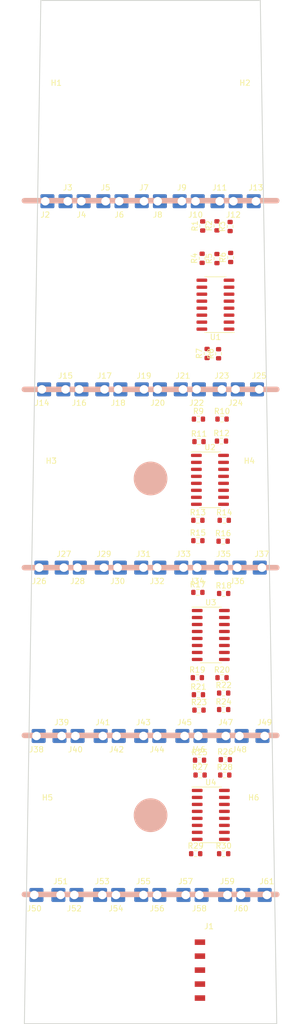
<source format=kicad_pcb>
(kicad_pcb (version 20221018) (generator pcbnew)
  (layers (0 "F.Cu" signal) (31 "B.Cu" signal) (34 "B.Paste" user) (35 "F.Paste" user) (36 "B.SilkS" user "B.Silkscreen") (37 "F.SilkS" user "F.Silkscreen") (38 "B.Mask" user) (39 "F.Mask" user) (44 "Edge.Cuts" user))
  (net 0 "")
  (net 1 "+3.3V")
  (net 2 "GND")
  (net 3 "165_CLOCK")
  (net 4 "165_LOAD")
  (net 5 "Net-(J2-Pin_1)")
  (net 6 "Net-(J10-Pin_1)")
  (net 7 "Net-(J4-Pin_1)")
  (net 8 "Net-(J6-Pin_1)")
  (net 9 "Net-(J8-Pin_1)")
  (net 10 "Net-(J12-Pin_1)")
  (net 11 "Net-(J14-Pin_1)")
  (net 12 "Net-(J16-Pin_1)")
  (net 13 "Net-(J18-Pin_1)")
  (net 14 "Net-(J20-Pin_1)")
  (net 15 "Net-(J22-Pin_1)")
  (net 16 "Net-(J24-Pin_1)")
  (net 17 "Net-(J28-Pin_1)")
  (net 18 "Net-(J30-Pin_1)")
  (net 19 "Net-(J32-Pin_1)")
  (net 20 "Net-(J34-Pin_1)")
  (net 21 "Net-(J36-Pin_1)")
  (net 22 "Net-(J38-Pin_1)")
  (net 23 "Net-(J40-Pin_1)")
  (net 24 "Net-(J44-Pin_1)")
  (net 25 "Net-(J46-Pin_1)")
  (net 26 "Net-(J48-Pin_1)")
  (net 27 "Net-(J50-Pin_1)")
  (net 28 "Net-(J52-Pin_1)")
  (net 29 "Net-(J54-Pin_1)")
  (net 30 "Net-(J56-Pin_1)")
  (net 31 "Net-(J60-Pin_1)")
  (net 32 "Net-(J26-Pin_1)")
  (net 33 "Net-(J42-Pin_1)")
  (net 34 "Net-(J58-Pin_1)")
  (net 36 "/ShiftReg1/DATA_OUT")
  (net 38 "/ShiftReg2/DATA_OUT")
  (net 40 "/ShiftReg3/DATA_OUT")
  (net 42 "/ShiftReg4/DATA_OUT")
  (footprint "Bjarkar:Bjarkar_fret_connection" (layer "F.Cu") (at 14.1 70.7 180)
    (fp_text reference "J18" (at 0 -2.47) (layer "F.SilkS"))
    (fp_text value "Conn_01x01_Pin")
    (pad "1" thru_hole roundrect (at 0 0 180) (size 2.55 2.55) (drill 1.55 (offset -0.4 0)) (layers "*.Cu" "*.Mask") (roundrect_rratio 0.098039) (net 13 "Net-(J18-Pin_1)"))
  )
  (footprint "Bjarkar:Bjarkar_fret_connection" (layer "F.Cu") (at 6.1 162.6 180)
    (fp_text reference "J52" (at 0 -2.47) (layer "F.SilkS"))
    (fp_text value "Conn_01x01_Pin")
    (pad "1" thru_hole roundrect (at 0 0 180) (size 2.55 2.55) (drill 1.55 (offset -0.4 0)) (layers "*.Cu" "*.Mask") (roundrect_rratio 0.098039) (net 28 "Net-(J52-Pin_1)"))
  )
  (footprint "Bjarkar:Bjarkar_fret_connection" (layer "F.Cu") (at 35.8 103.1 180)
    (fp_text reference "J36" (at 0 -2.47) (layer "F.SilkS"))
    (fp_text value "Conn_01x01_Pin")
    (pad "1" thru_hole roundrect (at 0 0 180) (size 2.55 2.55) (drill 1.55 (offset -0.4 0)) (layers "*.Cu" "*.Mask") (roundrect_rratio 0.098039) (net 21 "Net-(J36-Pin_1)"))
  )
  (footprint "Bjarkar:bjarkar_fretboard_header" (layer "F.Cu") (at 30.65 176.26)
    (fp_text reference "J1" (at 0 -7.95) (layer "F.SilkS"))
    (fp_text value "Conn_01x05_Pin")
    (pad "1" smd rect (at -1.65 -5.08) (size 1.9 1) (layers "F.Cu" "F.Paste" "F.Mask") (net 1 "+3.3V"))
    (pad "2" smd rect (at -1.65 -2.54) (size 1.9 1) (layers "F.Cu" "F.Paste" "F.Mask") (net 2 "GND"))
    (pad "3" smd rect (at -1.65 0) (size 1.9 1) (layers "F.Cu" "F.Paste" "F.Mask") (net 3 "165_CLOCK"))
    (pad "4" smd rect (at -1.65 2.54) (size 1.9 1) (layers "F.Cu" "F.Paste" "F.Mask") (net 4 "165_LOAD"))
    (pad "5" smd rect (at -1.65 5.08) (size 1.9 1) (layers "F.Cu" "F.Paste" "F.Mask") (net 42 "/ShiftReg4/DATA_OUT"))
  )
  (footprint "MountingHole:MountingHole_2.2mm_M2" (layer "F.Cu") (at 1.2 148.1)
    (fp_text reference "H5" (at 0 -3.2) (layer "F.SilkS"))
    (fp_text value "MountingHole")
    (pad "" np_thru_hole circle (at 0 0) (size 2.2 2.2) (drill 2.2) (layers "*.Cu" "*.Mask"))
  )
  (footprint "Bjarkar:Bjarkar_fret_connection" (layer "F.Cu") (at 11.2 162.6)
    (fp_text reference "J53" (at 0 -2.47) (layer "F.SilkS"))
    (fp_text value "Conn_01x01_Pin")
    (pad "1" thru_hole roundrect (at 0 0) (size 2.55 2.55) (drill 1.55 (offset -0.4 0)) (layers "*.Cu" "*.Mask") (roundrect_rratio 0.098039) (net 28 "Net-(J52-Pin_1)"))
  )
  (footprint "Bjarkar:Bjarkar_fret_connection" (layer "F.Cu") (at 18.7 162.6)
    (fp_text reference "J55" (at 0 -2.47) (layer "F.SilkS"))
    (fp_text value "Conn_01x01_Pin")
    (pad "1" thru_hole roundrect (at 0 0) (size 2.55 2.55) (drill 1.55 (offset -0.4 0)) (layers "*.Cu" "*.Mask") (roundrect_rratio 0.098039) (net 29 "Net-(J54-Pin_1)"))
  )
  (footprint "Bjarkar:Bjarkar_fret_connection" (layer "F.Cu") (at 36.5 162.6 180)
    (fp_text reference "J60" (at 0 -2.47) (layer "F.SilkS"))
    (fp_text value "Conn_01x01_Pin")
    (pad "1" thru_hole roundrect (at 0 0 180) (size 2.55 2.55) (drill 1.55 (offset -0.4 0)) (layers "*.Cu" "*.Mask") (roundrect_rratio 0.098039) (net 31 "Net-(J60-Pin_1)"))
  )
  (footprint "Bjarkar:Bjarkar_fret_connection" (layer "F.Cu") (at 33.7 133.7)
    (fp_text reference "J47" (at 0 -2.47) (layer "F.SilkS"))
    (fp_text value "Conn_01x01_Pin")
    (pad "1" thru_hole roundrect (at 0 0) (size 2.55 2.55) (drill 1.55 (offset -0.4 0)) (layers "*.Cu" "*.Mask") (roundrect_rratio 0.098039) (net 25 "Net-(J46-Pin_1)"))
  )
  (footprint "Bjarkar:Bjarkar_fret_connection" (layer "F.Cu") (at 11.3 133.7)
    (fp_text reference "J41" (at 0 -2.47) (layer "F.SilkS"))
    (fp_text value "Conn_01x01_Pin")
    (pad "1" thru_hole roundrect (at 0 0) (size 2.55 2.55) (drill 1.55 (offset -0.4 0)) (layers "*.Cu" "*.Mask") (roundrect_rratio 0.098039) (net 23 "Net-(J40-Pin_1)"))
  )
  (footprint "Resistor_SMD:R_0603_1608Metric" (layer "F.Cu") (at 32.4 64.225 90)
    (fp_text reference "R8" (at 0 -1.43 90) (layer "F.SilkS"))
    (fp_text value "10k")
    (pad "1" smd roundrect (at -0.825 0 90) (size 0.8 0.95) (layers "F.Cu" "F.Paste" "F.Mask") (net 1 "+3.3V"))
    (pad "2" smd roundrect (at 0.825 0 90) (size 0.8 0.95) (layers "F.Cu" "F.Paste" "F.Mask") (net 12 "Net-(J16-Pin_1)"))
  )
  (footprint "Bjarkar:Bjarkar_fret_connection" (layer "F.Cu") (at 0.8 36.5 180)
    (fp_text reference "J2" (at 0 -2.47) (layer "F.SilkS"))
    (fp_text value "Conn_01x01_Pin")
    (pad "1" thru_hole roundrect (at 0 0 180) (size 2.55 2.55) (drill 1.55 (offset -0.4 0)) (layers "*.Cu" "*.Mask") (roundrect_rratio 0.098039) (net 5 "Net-(J2-Pin_1)"))
  )
  (footprint "Bjarkar:Bjarkar_fret_connection" (layer "F.Cu") (at 39.2 36.5)
    (fp_text reference "J13" (at 0 -2.47) (layer "F.SilkS"))
    (fp_text value "Conn_01x01_Pin")
    (pad "1" thru_hole roundrect (at 0 0) (size 2.55 2.55) (drill 1.55 (offset -0.4 0)) (layers "*.Cu" "*.Mask") (roundrect_rratio 0.098039) (net 10 "Net-(J12-Pin_1)"))
  )
  (footprint "Resistor_SMD:R_0603_1608Metric" (layer "F.Cu") (at 28.625 94.5)
    (fp_text reference "R13" (at 0 -1.43) (layer "F.SilkS"))
    (fp_text value "10k")
    (pad "1" smd roundrect (at -0.825 0) (size 0.8 0.95) (layers "F.Cu" "F.Paste" "F.Mask") (net 1 "+3.3V"))
    (pad "2" smd roundrect (at 0.825 0) (size 0.8 0.95) (layers "F.Cu" "F.Paste" "F.Mask") (net 32 "Net-(J26-Pin_1)"))
  )
  (footprint "Bjarkar:Bjarkar_fret_connection" (layer "F.Cu") (at 13.7 162.6 180)
    (fp_text reference "J54" (at 0 -2.47) (layer "F.SilkS"))
    (fp_text value "Conn_01x01_Pin")
    (pad "1" thru_hole roundrect (at 0 0 180) (size 2.55 2.55) (drill 1.55 (offset -0.4 0)) (layers "*.Cu" "*.Mask") (roundrect_rratio 0.098039) (net 29 "Net-(J54-Pin_1)"))
  )
  (footprint "Bjarkar:Bjarkar_fret_connection" (layer "F.Cu") (at 28.9 162.6 180)
    (fp_text reference "J58" (at 0 -2.47) (layer "F.SilkS"))
    (fp_text value "Conn_01x01_Pin")
    (pad "1" thru_hole roundrect (at 0 0 180) (size 2.55 2.55) (drill 1.55 (offset -0.4 0)) (layers "*.Cu" "*.Mask") (roundrect_rratio 0.098039) (net 34 "Net-(J58-Pin_1)"))
  )
  (footprint "Bjarkar:Bjarkar_fret_connection" (layer "F.Cu") (at 18.7 133.7)
    (fp_text reference "J43" (at 0 -2.47) (layer "F.SilkS"))
    (fp_text value "Conn_01x01_Pin")
    (pad "1" thru_hole roundrect (at 0 0) (size 2.55 2.55) (drill 1.55 (offset -0.4 0)) (layers "*.Cu" "*.Mask") (roundrect_rratio 0.098039) (net 33 "Net-(J42-Pin_1)"))
  )
  (footprint "Bjarkar:Bjarkar_fret_connection" (layer "F.Cu") (at 26.2 133.7)
    (fp_text reference "J45" (at 0 -2.47) (layer "F.SilkS"))
    (fp_text value "Conn_01x01_Pin")
    (pad "1" thru_hole roundrect (at 0 0) (size 2.55 2.55) (drill 1.55 (offset -0.4 0)) (layers "*.Cu" "*.Mask") (roundrect_rratio 0.098039) (net 24 "Net-(J44-Pin_1)"))
  )
  (footprint "Bjarkar:Bjarkar_fret_connection" (layer "F.Cu") (at 13.8 133.7 180)
    (fp_text reference "J42" (at 0 -2.47) (layer "F.SilkS"))
    (fp_text value "Conn_01x01_Pin")
    (pad "1" thru_hole roundrect (at 0 0 180) (size 2.55 2.55) (drill 1.55 (offset -0.4 0)) (layers "*.Cu" "*.Mask") (roundrect_rratio 0.098039) (net 33 "Net-(J42-Pin_1)"))
  )
  (footprint "Bjarkar:Bjarkar_fret_connection" (layer "F.Cu") (at 0.2 70.7 180)
    (fp_text reference "J14" (at 0 -2.47) (layer "F.SilkS"))
    (fp_text value "Conn_01x01_Pin")
    (pad "1" thru_hole roundrect (at 0 0 180) (size 2.55 2.55) (drill 1.55 (offset -0.4 0)) (layers "*.Cu" "*.Mask") (roundrect_rratio 0.098039) (net 11 "Net-(J14-Pin_1)"))
  )
  (footprint "Bjarkar:Bjarkar_fret_connection" (layer "F.Cu") (at 6.7 103.1 180)
    (fp_text reference "J28" (at 0 -2.47) (layer "F.SilkS"))
    (fp_text value "Conn_01x01_Pin")
    (pad "1" thru_hole roundrect (at 0 0 180) (size 2.55 2.55) (drill 1.55 (offset -0.4 0)) (layers "*.Cu" "*.Mask") (roundrect_rratio 0.098039) (net 17 "Net-(J28-Pin_1)"))
  )
  (footprint "Bjarkar:Bjarkar_fret_connection" (layer "F.Cu") (at -0.8 133.7 180)
    (fp_text reference "J38" (at 0 -2.47) (layer "F.SilkS"))
    (fp_text value "Conn_01x01_Pin")
    (pad "1" thru_hole roundrect (at 0 0 180) (size 2.55 2.55) (drill 1.55 (offset -0.4 0)) (layers "*.Cu" "*.Mask") (roundrect_rratio 0.098039) (net 22 "Net-(J38-Pin_1)"))
  )
  (footprint "MountingHole:MountingHole_2.2mm_M2" (layer "F.Cu") (at 37.2 18.2)
    (fp_text reference "H2" (at 0 -3.2) (layer "F.SilkS"))
    (fp_text value "MountingHole")
    (pad "" np_thru_hole circle (at 0 0) (size 2.2 2.2) (drill 2.2) (layers "*.Cu" "*.Mask"))
  )
  (footprint "Bjarkar:Bjarkar_fret_connection" (layer "F.Cu") (at 36.2 133.7 180)
    (fp_text reference "J48" (at 0 -2.47) (layer "F.SilkS"))
    (fp_text value "Conn_01x01_Pin")
    (pad "1" thru_hole roundrect (at 0 0 180) (size 2.55 2.55) (drill 1.55 (offset -0.4 0)) (layers "*.Cu" "*.Mask") (roundrect_rratio 0.098039) (net 26 "Net-(J48-Pin_1)"))
  )
  (footprint "Bjarkar:Bjarkar_fret_connection" (layer "F.Cu") (at 21.2 162.6 180)
    (fp_text reference "J56" (at 0 -2.47) (layer "F.SilkS"))
    (fp_text value "Conn_01x01_Pin")
    (pad "1" thru_hole roundrect (at 0 0 180) (size 2.55 2.55) (drill 1.55 (offset -0.4 0)) (layers "*.Cu" "*.Mask") (roundrect_rratio 0.098039) (net 30 "Net-(J56-Pin_1)"))
  )
  (footprint "Resistor_SMD:R_0603_1608Metric" (layer "F.Cu") (at 33.325 155.1)
    (fp_text reference "R30" (at 0 -1.43) (layer "F.SilkS"))
    (fp_text value "10k")
    (pad "1" smd roundrect (at -0.825 0) (size 0.8 0.95) (layers "F.Cu" "F.Paste" "F.Mask") (net 1 "+3.3V"))
    (pad "2" smd roundrect (at 0.825 0) (size 0.8 0.95) (layers "F.Cu" "F.Paste" "F.Mask") (net 31 "Net-(J60-Pin_1)"))
  )
  (footprint "Resistor_SMD:R_0603_1608Metric" (layer "F.Cu") (at 32.1 40.975 90)
    (fp_text reference "R2" (at 0 -1.43 90) (layer "F.SilkS"))
    (fp_text value "10k")
    (pad "1" smd roundrect (at -0.825 0 90) (size 0.8 0.95) (layers "F.Cu" "F.Paste" "F.Mask") (net 1 "+3.3V"))
    (pad "2" smd roundrect (at 0.825 0 90) (size 0.8 0.95) (layers "F.Cu" "F.Paste" "F.Mask") (net 7 "Net-(J4-Pin_1)"))
  )
  (footprint "Bjarkar:Bjarkar_fret_connection" (layer "F.Cu") (at 39.8 70.7)
    (fp_text reference "J25" (at 0 -2.47) (layer "F.SilkS"))
    (fp_text value "Conn_01x01_Pin")
    (pad "1" thru_hole roundrect (at 0 0) (size 2.55 2.55) (drill 1.55 (offset -0.4 0)) (layers "*.Cu" "*.Mask") (roundrect_rratio 0.098039) (net 16 "Net-(J24-Pin_1)"))
  )
  (footprint "Bjarkar:Bjarkar_fret_connection" (layer "F.Cu") (at 14.3 36.5 180)
    (fp_text reference "J6" (at 0 -2.47) (layer "F.SilkS"))
    (fp_text value "Conn_01x01_Pin")
    (pad "1" thru_hole roundrect (at 0 0 180) (size 2.55 2.55) (drill 1.55 (offset -0.4 0)) (layers "*.Cu" "*.Mask") (roundrect_rratio 0.098039) (net 8 "Net-(J6-Pin_1)"))
  )
  (footprint "Resistor_SMD:R_0603_1608Metric" (layer "F.Cu") (at 33.025 76.1)
    (fp_text reference "R10" (at 0 -1.43) (layer "F.SilkS"))
    (fp_text value "10k")
    (pad "1" smd roundrect (at -0.825 0) (size 0.8 0.95) (layers "F.Cu" "F.Paste" "F.Mask") (net 1 "+3.3V"))
    (pad "2" smd roundrect (at 0.825 0) (size 0.8 0.95) (layers "F.Cu" "F.Paste" "F.Mask") (net 14 "Net-(J20-Pin_1)"))
  )
  (footprint "Resistor_SMD:R_0603_1608Metric" (layer "F.Cu") (at 29.025 140.8)
    (fp_text reference "R27" (at 0 -1.43) (layer "F.SilkS"))
    (fp_text value "10k")
    (pad "1" smd roundrect (at -0.825 0) (size 0.8 0.95) (layers "F.Cu" "F.Paste" "F.Mask") (net 1 "+3.3V"))
    (pad "2" smd roundrect (at 0.825 0) (size 0.8 0.95) (layers "F.Cu" "F.Paste" "F.Mask") (net 29 "Net-(J54-Pin_1)"))
  )
  (footprint "Bjarkar:Bjarkar_fret_connection" (layer "F.Cu") (at 4.9 36.5)
    (fp_text reference "J3" (at 0 -2.47) (layer "F.SilkS"))
    (fp_text value "Conn_01x01_Pin")
    (pad "1" thru_hole roundrect (at 0 0) (size 2.55 2.55) (drill 1.55 (offset -0.4 0)) (layers "*.Cu" "*.Mask") (roundrect_rratio 0.098039) (net 5 "Net-(J2-Pin_1)"))
  )
  (footprint "Resistor_SMD:R_0603_1608Metric" (layer "F.Cu") (at 33.025 123.1)
    (fp_text reference "R20" (at 0 -1.43) (layer "F.SilkS"))
    (fp_text value "10k")
    (pad "1" smd roundrect (at -0.825 0) (size 0.8 0.95) (layers "F.Cu" "F.Paste" "F.Mask") (net 1 "+3.3V"))
    (pad "2" smd roundrect (at 0.825 0) (size 0.8 0.95) (layers "F.Cu" "F.Paste" "F.Mask") (net 23 "Net-(J40-Pin_1)"))
  )
  (footprint "Bjarkar:Bjarkar_fret_connection" (layer "F.Cu") (at 33 70.7)
    (fp_text reference "J23" (at 0 -2.47) (layer "F.SilkS"))
    (fp_text value "Conn_01x01_Pin")
    (pad "1" thru_hole roundrect (at 0 0) (size 2.55 2.55) (drill 1.55 (offset -0.4 0)) (layers "*.Cu" "*.Mask") (roundrect_rratio 0.098039) (net 15 "Net-(J22-Pin_1)"))
  )
  (footprint "Bjarkar:Bjarkar_fret_connection" (layer "F.Cu") (at 26.4 162.6)
    (fp_text reference "J57" (at 0 -2.47) (layer "F.SilkS"))
    (fp_text value "Conn_01x01_Pin")
    (pad "1" thru_hole roundrect (at 0 0) (size 2.55 2.55) (drill 1.55 (offset -0.4 0)) (layers "*.Cu" "*.Mask") (roundrect_rratio 0.098039) (net 30 "Net-(J56-Pin_1)"))
  )
  (footprint "Bjarkar:Bjarkar_fret_connection" (layer "F.Cu") (at 4.2 103.1)
    (fp_text reference "J27" (at 0 -2.47) (layer "F.SilkS"))
    (fp_text value "Conn_01x01_Pin")
    (pad "1" thru_hole roundrect (at 0 0) (size 2.55 2.55) (drill 1.55 (offset -0.4 0)) (layers "*.Cu" "*.Mask") (roundrect_rratio 0.098039) (net 32 "Net-(J26-Pin_1)"))
  )
  (footprint "Resistor_SMD:R_0603_1608Metric" (layer "F.Cu") (at 29.4 46.875 90)
    (fp_text reference "R4" (at 0 -1.43 90) (layer "F.SilkS"))
    (fp_text value "10k")
    (pad "1" smd roundrect (at -0.825 0 90) (size 0.8 0.95) (layers "F.Cu" "F.Paste" "F.Mask") (net 1 "+3.3V"))
    (pad "2" smd roundrect (at 0.825 0 90) (size 0.8 0.95) (layers "F.Cu" "F.Paste" "F.Mask") (net 9 "Net-(J8-Pin_1)"))
  )
  (footprint "Resistor_SMD:R_0603_1608Metric" (layer "F.Cu") (at 32.925 80.1)
    (fp_text reference "R12" (at 0 -1.43) (layer "F.SilkS"))
    (fp_text value "10k")
    (pad "1" smd roundrect (at -0.825 0) (size 0.8 0.95) (layers "F.Cu" "F.Paste" "F.Mask") (net 1 "+3.3V"))
    (pad "2" smd roundrect (at 0.825 0) (size 0.8 0.95) (layers "F.Cu" "F.Paste" "F.Mask") (net 16 "Net-(J24-Pin_1)"))
  )
  (footprint "Package_SO:SOIC-16_3.9x9.9mm_P1.27mm" (layer "F.Cu") (at 30.825 87.145)
    (fp_text reference "U2" (at 0 -5.9) (layer "F.SilkS"))
    (fp_text value "74HC165")
    (pad "1" smd roundrect (at -2.475 -4.445) (size 1.95 0.6) (layers "F.Cu" "F.Paste" "F.Mask") (net 4 "165_LOAD"))
    (pad "2" smd roundrect (at -2.475 -3.175) (size 1.95 0.6) (layers "F.Cu" "F.Paste" "F.Mask") (net 3 "165_CLOCK"))
    (pad "3" smd roundrect (at -2.475 -1.905) (size 1.95 0.6) (layers "F.Cu" "F.Paste" "F.Mask") (net 32 "Net-(J26-Pin_1)"))
    (pad "4" smd roundrect (at -2.475 -0.635) (size 1.95 0.6) (layers "F.Cu" "F.Paste" "F.Mask") (net 17 "Net-(J28-Pin_1)"))
    (pad "5" smd roundrect (at -2.475 0.635) (size 1.95 0.6) (layers "F.Cu" "F.Paste" "F.Mask") (net 18 "Net-(J30-Pin_1)"))
    (pad "6" smd roundrect (at -2.475 1.905) (size 1.95 0.6) (layers "F.Cu" "F.Paste" "F.Mask") (net 19 "Net-(J32-Pin_1)"))
    (pad "7" smd roundrect (at -2.475 3.175) (size 1.95 0.6) (layers "F.Cu" "F.Paste" "F.Mask"))
    (pad "8" smd roundrect (at -2.475 4.445) (size 1.95 0.6) (layers "F.Cu" "F.Paste" "F.Mask") (net 2 "GND"))
    (pad "9" smd roundrect (at 2.475 4.445) (size 1.95 0.6) (layers "F.Cu" "F.Paste" "F.Mask") (net 38 "/ShiftReg2/DATA_OUT"))
    (pad "10" smd roundrect (at 2.475 3.175) (size 1.95 0.6) (layers "F.Cu" "F.Paste" "F.Mask") (net 36 "/ShiftReg1/DATA_OUT"))
    (pad "11" smd roundrect (at 2.475 1.905) (size 1.95 0.6) (layers "F.Cu" "F.Paste" "F.Mask") (net 13 "Net-(J18-Pin_1)"))
    (pad "12" smd roundrect (at 2.475 0.635) (size 1.95 0.6) (layers "F.Cu" "F.Paste" "F.Mask") (net 14 "Net-(J20-Pin_1)"))
    (pad "13" smd roundrect (at 2.475 -0.635) (size 1.95 0.6) (layers "F.Cu" "F.Paste" "F.Mask") (net 15 "Net-(J22-Pin_1)"))
    (pad "14" smd roundrect (at 2.475 -1.905) (size 1.95 0.6) (layers "F.Cu" "F.Paste" "F.Mask") (net 16 "Net-(J24-Pin_1)"))
    (pad "15" smd roundrect (at 2.475 -3.175) (size 1.95 0.6) (layers "F.Cu" "F.Paste" "F.Mask") (net 2 "GND"))
    (pad "16" smd roundrect (at 2.475 -4.445) (size 1.95 0.6) (layers "F.Cu" "F.Paste" "F.Mask") (net 1 "+3.3V"))
  )
  (footprint "Bjarkar:Bjarkar_fret_connection" (layer "F.Cu") (at 4.5 70.7)
    (fp_text reference "J15" (at 0 -2.47) (layer "F.SilkS"))
    (fp_text value "Conn_01x01_Pin")
    (pad "1" thru_hole roundrect (at 0 0) (size 2.55 2.55) (drill 1.55 (offset -0.4 0)) (layers "*.Cu" "*.Mask") (roundrect_rratio 0.098039) (net 11 "Net-(J14-Pin_1)"))
  )
  (footprint "Resistor_SMD:R_0603_1608Metric" (layer "F.Cu") (at 33.525 140.8)
    (fp_text reference "R28" (at 0 -1.43) (layer "F.SilkS"))
    (fp_text value "10k")
    (pad "1" smd roundrect (at -0.825 0) (size 0.8 0.95) (layers "F.Cu" "F.Paste" "F.Mask") (net 1 "+3.3V"))
    (pad "2" smd roundrect (at 0.825 0) (size 0.8 0.95) (layers "F.Cu" "F.Paste" "F.Mask") (net 30 "Net-(J56-Pin_1)"))
  )
  (footprint "Bjarkar:Bjarkar_fret_connection" (layer "F.Cu") (at 28.7 133.7 180)
    (fp_text reference "J46" (at 0 -2.47) (layer "F.SilkS"))
    (fp_text value "Conn_01x01_Pin")
    (pad "1" thru_hole roundrect (at 0 0 180) (size 2.55 2.55) (drill 1.55 (offset -0.4 0)) (layers "*.Cu" "*.Mask") (roundrect_rratio 0.098039) (net 25 "Net-(J46-Pin_1)"))
  )
  (footprint "Bjarkar:Bjarkar_fret_connection" (layer "F.Cu") (at 28.2 36.5 180)
    (fp_text reference "J10" (at 0 -2.47) (layer "F.SilkS"))
    (fp_text value "Conn_01x01_Pin")
    (pad "1" thru_hole roundrect (at 0 0 180) (size 2.55 2.55) (drill 1.55 (offset -0.4 0)) (layers "*.Cu" "*.Mask") (roundrect_rratio 0.098039) (net 6 "Net-(J10-Pin_1)"))
  )
  (footprint "Bjarkar:Bjarkar_fret_connection" (layer "F.Cu") (at 3.6 162.6)
    (fp_text reference "J51" (at 0 -2.47) (layer "F.SilkS"))
    (fp_text value "Conn_01x01_Pin")
    (pad "1" thru_hole roundrect (at 0 0) (size 2.55 2.55) (drill 1.55 (offset -0.4 0)) (layers "*.Cu" "*.Mask") (roundrect_rratio 0.098039) (net 27 "Net-(J50-Pin_1)"))
  )
  (footprint "Bjarkar:Bjarkar_fret_connection" (layer "F.Cu") (at 35.1 36.5 180)
    (fp_text reference "J12" (at 0 -2.47) (layer "F.SilkS"))
    (fp_text value "Conn_01x01_Pin")
    (pad "1" thru_hole roundrect (at 0 0 180) (size 2.55 2.55) (drill 1.55 (offset -0.4 0)) (layers "*.Cu" "*.Mask") (roundrect_rratio 0.098039) (net 10 "Net-(J12-Pin_1)"))
  )
  (footprint "Bjarkar:Bjarkar_fret_connection" (layer "F.Cu") (at 21.2 133.7 180)
    (fp_text reference "J44" (at 0 -2.47) (layer "F.SilkS"))
    (fp_text value "Conn_01x01_Pin")
    (pad "1" thru_hole roundrect (at 0 0 180) (size 2.55 2.55) (drill 1.55 (offset -0.4 0)) (layers "*.Cu" "*.Mask") (roundrect_rratio 0.098039) (net 24 "Net-(J44-Pin_1)"))
  )
  (footprint "Bjarkar:Bjarkar_fret_connection" (layer "F.Cu") (at 11.8 36.5)
    (fp_text reference "J5" (at 0 -2.47) (layer "F.SilkS"))
    (fp_text value "Conn_01x01_Pin")
    (pad "1" thru_hole roundrect (at 0 0) (size 2.55 2.55) (drill 1.55 (offset -0.4 0)) (layers "*.Cu" "*.Mask") (roundrect_rratio 0.098039) (net 7 "Net-(J4-Pin_1)"))
  )
  (footprint "Resistor_SMD:R_0603_1608Metric" (layer "F.Cu") (at 28.625 107.6)
    (fp_text reference "R17" (at 0 -1.43) (layer "F.SilkS"))
    (fp_text value "10k")
    (pad "1" smd roundrect (at -0.825 0) (size 0.8 0.95) (layers "F.Cu" "F.Paste" "F.Mask") (net 1 "+3.3V"))
    (pad "2" smd roundrect (at 0.825 0) (size 0.8 0.95) (layers "F.Cu" "F.Paste" "F.Mask") (net 20 "Net-(J34-Pin_1)"))
  )
  (footprint "Bjarkar:Bjarkar_fret_connection" (layer "F.Cu") (at 18.8 70.7)
    (fp_text reference "J19" (at 0 -2.47) (layer "F.SilkS"))
    (fp_text value "Conn_01x01_Pin")
    (pad "1" thru_hole roundrect (at 0 0) (size 2.55 2.55) (drill 1.55 (offset -0.4 0)) (layers "*.Cu" "*.Mask") (roundrect_rratio 0.098039) (net 13 "Net-(J18-Pin_1)"))
  )
  (footprint "Resistor_SMD:R_0603_1608Metric" (layer "F.Cu") (at 34.5 41.1 90)
    (fp_text reference "R3" (at 0 -1.43 90) (layer "F.SilkS"))
    (fp_text value "10k")
    (pad "1" smd roundrect (at -0.825 0 90) (size 0.8 0.95) (layers "F.Cu" "F.Paste" "F.Mask") (net 1 "+3.3V"))
    (pad "2" smd roundrect (at 0.825 0 90) (size 0.8 0.95) (layers "F.Cu" "F.Paste" "F.Mask") (net 8 "Net-(J6-Pin_1)"))
  )
  (footprint "Bjarkar:Bjarkar_fret_connection" (layer "F.Cu") (at 21.3 36.5 180)
    (fp_text reference "J8" (at 0 -2.47) (layer "F.SilkS"))
    (fp_text value "Conn_01x01_Pin")
    (pad "1" thru_hole roundrect (at 0 0 180) (size 2.55 2.55) (drill 1.55 (offset -0.4 0)) (layers "*.Cu" "*.Mask") (roundrect_rratio 0.098039) (net 9 "Net-(J8-Pin_1)"))
  )
  (footprint "Bjarkar:Bjarkar_fret_connection" (layer "F.Cu") (at 6.3 133.7 180)
    (fp_text reference "J40" (at 0 -2.47) (layer "F.SilkS"))
    (fp_text value "Conn_01x01_Pin")
    (pad "1" thru_hole roundrect (at 0 0 180) (size 2.55 2.55) (drill 1.55 (offset -0.4 0)) (layers "*.Cu" "*.Mask") (roundrect_rratio 0.098039) (net 23 "Net-(J40-Pin_1)"))
  )
  (footprint "MountingHole:MountingHole_2.2mm_M2" (layer "F.Cu") (at 1.9 86.9)
    (fp_text reference "H3" (at 0 -3.2) (layer "F.SilkS"))
    (fp_text value "MountingHole")
    (pad "" np_thru_hole circle (at 0 0) (size 2.2 2.2) (drill 2.2) (layers "*.Cu" "*.Mask"))
  )
  (footprint "Bjarkar:Bjarkar_fret_connection" (layer "F.Cu") (at 25.9 70.7)
    (fp_text reference "J21" (at 0 -2.47) (layer "F.SilkS"))
    (fp_text value "Conn_01x01_Pin")
    (pad "1" thru_hole roundrect (at 0 0) (size 2.55 2.55) (drill 1.55 (offset -0.4 0)) (layers "*.Cu" "*.Mask") (roundrect_rratio 0.098039) (net 14 "Net-(J20-Pin_1)"))
  )
  (footprint "MountingHole:MountingHole_2.2mm_M2" (layer "F.Cu") (at 2.8 18.2)
    (fp_text reference "H1" (at 0 -3.2) (layer "F.SilkS"))
    (fp_text value "MountingHole")
    (pad "" np_thru_hole circle (at 0 0) (size 2.2 2.2) (drill 2.2) (layers "*.Cu" "*.Mask"))
  )
  (footprint "Package_SO:SOIC-16_3.9x9.9mm_P1.27mm" (layer "F.Cu") (at 31.825 55.305 180)
    (fp_text reference "U1" (at 0 -5.9) (layer "F.SilkS"))
    (fp_text value "74HC165")
    (pad "1" smd roundrect (at -2.475 -4.445 180) (size 1.95 0.6) (layers "F.Cu" "F.Paste" "F.Mask") (net 4 "165_LOAD"))
    (pad "2" smd roundrect (at -2.475 -3.175 180) (size 1.95 0.6) (layers "F.Cu" "F.Paste" "F.Mask") (net 3 "165_CLOCK"))
    (pad "3" smd roundrect (at -2.475 -1.905 180) (size 1.95 0.6) (layers "F.Cu" "F.Paste" "F.Mask") (net 6 "Net-(J10-Pin_1)"))
    (pad "4" smd roundrect (at -2.475 -0.635 180) (size 1.95 0.6) (layers "F.Cu" "F.Paste" "F.Mask") (net 10 "Net-(J12-Pin_1)"))
    (pad "5" smd roundrect (at -2.475 0.635 180) (size 1.95 0.6) (layers "F.Cu" "F.Paste" "F.Mask") (net 11 "Net-(J14-Pin_1)"))
    (pad "6" smd roundrect (at -2.475 1.905 180) (size 1.95 0.6) (layers "F.Cu" "F.Paste" "F.Mask") (net 12 "Net-(J16-Pin_1)"))
    (pad "7" smd roundrect (at -2.475 3.175 180) (size 1.95 0.6) (layers "F.Cu" "F.Paste" "F.Mask"))
    (pad "8" smd roundrect (at -2.475 4.445 180) (size 1.95 0.6) (layers "F.Cu" "F.Paste" "F.Mask") (net 2 "GND"))
    (pad "9" smd roundrect (at 2.475 4.445 180) (size 1.95 0.6) (layers "F.Cu" "F.Paste" "F.Mask") (net 36 "/ShiftReg1/DATA_OUT"))
    (pad "10" smd roundrect (at 2.475 3.175 180) (size 1.95 0.6) (layers "F.Cu" "F.Paste" "F.Mask") (net 2 "GND"))
    (pad "11" smd roundrect (at 2.475 1.905 180) (size 1.95 0.6) (layers "F.Cu" "F.Paste" "F.Mask") (net 5 "Net-(J2-Pin_1)"))
    (pad "12" smd roundrect (at 2.475 0.635 180) (size 1.95 0.6) (layers "F.Cu" "F.Paste" "F.Mask") (net 7 "Net-(J4-Pin_1)"))
    (pad "13" smd roundrect (at 2.475 -0.635 180) (size 1.95 0.6) (layers "F.Cu" "F.Paste" "F.Mask") (net 8 "Net-(J6-Pin_1)"))
    (pad "14" smd roundrect (at 2.475 -1.905 180) (size 1.95 0.6) (layers "F.Cu" "F.Paste" "F.Mask") (net 9 "Net-(J8-Pin_1)"))
    (pad "15" smd roundrect (at 2.475 -3.175 180) (size 1.95 0.6) (layers "F.Cu" "F.Paste" "F.Mask") (net 2 "GND"))
    (pad "16" smd roundrect (at 2.475 -4.445 180) (size 1.95 0.6) (layers "F.Cu" "F.Paste" "F.Mask") (net 1 "+3.3V"))
  )
  (footprint "Bjarkar:Bjarkar_fret_connection" (layer "F.Cu") (at 40.8 133.7)
    (fp_text reference "J49" (at 0 -2.47) (layer "F.SilkS"))
    (fp_text value "Conn_01x01_Pin")
    (pad "1" thru_hole roundrect (at 0 0) (size 2.55 2.55) (drill 1.55 (offset -0.4 0)) (layers "*.Cu" "*.Mask") (roundrect_rratio 0.098039) (net 26 "Net-(J48-Pin_1)"))
  )
  (footprint "Resistor_SMD:R_0603_1608Metric" (layer "F.Cu") (at 28.725 126.2)
    (fp_text reference "R21" (at 0 -1.43) (layer "F.SilkS"))
    (fp_text value "10k")
    (pad "1" smd roundrect (at -0.825 0) (size 0.8 0.95) (layers "F.Cu" "F.Paste" "F.Mask") (net 1 "+3.3V"))
    (pad "2" smd roundrect (at 0.825 0) (size 0.8 0.95) (layers "F.Cu" "F.Paste" "F.Mask") (net 33 "Net-(J42-Pin_1)"))
  )
  (footprint "Bjarkar:Bjarkar_fret_connection" (layer "F.Cu") (at 28.5 103.1 180)
    (fp_text reference "J34" (at 0 -2.47) (layer "F.SilkS"))
    (fp_text value "Conn_01x01_Pin")
    (pad "1" thru_hole roundrect (at 0 0 180) (size 2.55 2.55) (drill 1.55 (offset -0.4 0)) (layers "*.Cu" "*.Mask") (roundrect_rratio 0.098039) (net 20 "Net-(J34-Pin_1)"))
  )
  (footprint "Bjarkar:Bjarkar_fret_connection" (layer "F.Cu") (at 40.3 103.1)
    (fp_text reference "J37" (at 0 -2.47) (layer "F.SilkS"))
    (fp_text value "Conn_01x01_Pin")
    (pad "1" thru_hole roundrect (at 0 0) (size 2.55 2.55) (drill 1.55 (offset -0.4 0)) (layers "*.Cu" "*.Mask") (roundrect_rratio 0.098039) (net 21 "Net-(J36-Pin_1)"))
  )
  (footprint "Package_SO:SOIC-16_3.9x9.9mm_P1.27mm" (layer "F.Cu") (at 30.975 148.045)
    (fp_text reference "U4" (at 0 -5.9) (layer "F.SilkS"))
    (fp_text value "74HC165")
    (pad "1" smd roundrect (at -2.475 -4.445) (size 1.95 0.6) (layers "F.Cu" "F.Paste" "F.Mask") (net 4 "165_LOAD"))
    (pad "2" smd roundrect (at -2.475 -3.175) (size 1.95 0.6) (layers "F.Cu" "F.Paste" "F.Mask") (net 3 "165_CLOCK"))
    (pad "3" smd roundrect (at -2.475 -1.905) (size 1.95 0.6) (layers "F.Cu" "F.Paste" "F.Mask") (net 34 "Net-(J58-Pin_1)"))
    (pad "4" smd roundrect (at -2.475 -0.635) (size 1.95 0.6) (layers "F.Cu" "F.Paste" "F.Mask") (net 31 "Net-(J60-Pin_1)"))
    (pad "5" smd roundrect (at -2.475 0.635) (size 1.95 0.6) (layers "F.Cu" "F.Paste" "F.Mask") (net 2 "GND"))
    (pad "6" smd roundrect (at -2.475 1.905) (size 1.95 0.6) (layers "F.Cu" "F.Paste" "F.Mask") (net 2 "GND"))
    (pad "7" smd roundrect (at -2.475 3.175) (size 1.95 0.6) (layers "F.Cu" "F.Paste" "F.Mask"))
    (pad "8" smd roundrect (at -2.475 4.445) (size 1.95 0.6) (layers "F.Cu" "F.Paste" "F.Mask") (net 2 "GND"))
    (pad "9" smd roundrect (at 2.475 4.445) (size 1.95 0.6) (layers "F.Cu" "F.Paste" "F.Mask") (net 42 "/ShiftReg4/DATA_OUT"))
    (pad "10" smd roundrect (at 2.475 3.175) (size 1.95 0.6) (layers "F.Cu" "F.Paste" "F.Mask") (net 40 "/ShiftReg3/DATA_OUT"))
    (pad "11" smd roundrect (at 2.475 1.905) (size 1.95 0.6) (layers "F.Cu" "F.Paste" "F.Mask") (net 27 "Net-(J50-Pin_1)"))
    (pad "12" smd roundrect (at 2.475 0.635) (size 1.95 0.6) (layers "F.Cu" "F.Paste" "F.Mask") (net 28 "Net-(J52-Pin_1)"))
    (pad "13" smd roundrect (at 2.475 -0.635) (size 1.95 0.6) (layers "F.Cu" "F.Paste" "F.Mask") (net 29 "Net-(J54-Pin_1)"))
    (pad "14" smd roundrect (at 2.475 -1.905) (size 1.95 0.6) (layers "F.Cu" "F.Paste" "F.Mask") (net 30 "Net-(J56-Pin_1)"))
    (pad "15" smd roundrect (at 2.475 -3.175) (size 1.95 0.6) (layers "F.Cu" "F.Paste" "F.Mask") (net 2 "GND"))
    (pad "16" smd roundrect (at 2.475 -4.445) (size 1.95 0.6) (layers "F.Cu" "F.Paste" "F.Mask") (net 1 "+3.3V"))
  )
  (footprint "Resistor_SMD:R_0603_1608Metric" (layer "F.Cu") (at 28.725 76.1)
    (fp_text reference "R9" (at 0 -1.43) (layer "F.SilkS"))
    (fp_text value "10k")
    (pad "1" smd roundrect (at -0.825 0) (size 0.8 0.95) (layers "F.Cu" "F.Paste" "F.Mask") (net 1 "+3.3V"))
    (pad "2" smd roundrect (at 0.825 0) (size 0.8 0.95) (layers "F.Cu" "F.Paste" "F.Mask") (net 13 "Net-(J18-Pin_1)"))
  )
  (footprint "Bjarkar:Bjarkar_fret_connection" (layer "F.Cu") (at 26 103.1)
    (fp_text reference "J33" (at 0 -2.47) (layer "F.SilkS"))
    (fp_text value "Conn_01x01_Pin")
    (pad "1" thru_hole roundrect (at 0 0) (size 2.55 2.55) (drill 1.55 (offset -0.4 0)) (layers "*.Cu" "*.Mask") (roundrect_rratio 0.098039) (net 19 "Net-(J32-Pin_1)"))
  )
  (footprint "Bjarkar:Bjarkar_fret_connection" (layer "F.Cu") (at 41.2 162.6)
    (fp_text reference "J61" (at 0 -2.47) (layer "F.SilkS"))
    (fp_text value "Conn_01x01_Pin")
    (pad "1" thru_hole roundrect (at 0 0) (size 2.55 2.55) (drill 1.55 (offset -0.4 0)) (layers "*.Cu" "*.Mask") (roundrect_rratio 0.098039) (net 31 "Net-(J60-Pin_1)"))
  )
  (footprint "Bjarkar:Bjarkar_fret_connection" (layer "F.Cu") (at 32.6 36.5)
    (fp_text reference "J11" (at 0 -2.47) (layer "F.SilkS"))
    (fp_text value "Conn_01x01_Pin")
    (pad "1" thru_hole roundrect (at 0 0) (size 2.55 2.55) (drill 1.55 (offset -0.4 0)) (layers "*.Cu" "*.Mask") (roundrect_rratio 0.098039) (net 6 "Net-(J10-Pin_1)"))
  )
  (footprint "Resistor_SMD:R_0603_1608Metric" (layer "F.Cu") (at 28.825 80.2)
    (fp_text reference "R11" (at 0 -1.43) (layer "F.SilkS"))
    (fp_text value "10k")
    (pad "1" smd roundrect (at -0.825 0) (size 0.8 0.95) (layers "F.Cu" "F.Paste" "F.Mask") (net 1 "+3.3V"))
    (pad "2" smd roundrect (at 0.825 0) (size 0.8 0.95) (layers "F.Cu" "F.Paste" "F.Mask") (net 15 "Net-(J22-Pin_1)"))
  )
  (footprint "Resistor_SMD:R_0603_1608Metric" (layer "F.Cu") (at 33.225 98.3)
    (fp_text reference "R16" (at 0 -1.43) (layer "F.SilkS"))
    (fp_text value "10k")
    (pad "1" smd roundrect (at -0.825 0) (size 0.8 0.95) (layers "F.Cu" "F.Paste" "F.Mask") (net 1 "+3.3V"))
    (pad "2" smd roundrect (at 0.825 0) (size 0.8 0.95) (layers "F.Cu" "F.Paste" "F.Mask") (net 19 "Net-(J32-Pin_1)"))
  )
  (footprint "Resistor_SMD:R_0603_1608Metric" (layer "F.Cu") (at 29.5 41 90)
    (fp_text reference "R1" (at 0 -1.43 90) (layer "F.SilkS"))
    (fp_text value "10k")
    (pad "1" smd roundrect (at -0.825 0 90) (size 0.8 0.95) (layers "F.Cu" "F.Paste" "F.Mask") (net 1 "+3.3V"))
    (pad "2" smd roundrect (at 0.825 0 90) (size 0.8 0.95) (layers "F.Cu" "F.Paste" "F.Mask") (net 5 "Net-(J2-Pin_1)"))
  )
  (footprint "Resistor_SMD:R_0603_1608Metric" (layer "F.Cu") (at 28.225 155.1)
    (fp_text reference "R29" (at 0 -1.43) (layer "F.SilkS"))
    (fp_text value "10k")
    (pad "1" smd roundrect (at -0.825 0) (size 0.8 0.95) (layers "F.Cu" "F.Paste" "F.Mask") (net 1 "+3.3V"))
    (pad "2" smd roundrect (at 0.825 0) (size 0.8 0.95) (layers "F.Cu" "F.Paste" "F.Mask") (net 34 "Net-(J58-Pin_1)"))
  )
  (footprint "Bjarkar:Bjarkar_fret_connection" (layer "F.Cu") (at 3.8 133.7)
    (fp_text reference "J39" (at 0 -2.47) (layer "F.SilkS"))
    (fp_text value "Conn_01x01_Pin")
    (pad "1" thru_hole roundrect (at 0 0) (size 2.55 2.55) (drill 1.55 (offset -0.4 0)) (layers "*.Cu" "*.Mask") (roundrect_rratio 0.098039) (net 22 "Net-(J38-Pin_1)"))
  )
  (footprint "MountingHole:MountingHole_2.2mm_M2" (layer "F.Cu") (at 38 86.9)
    (fp_text reference "H4" (at 0 -3.2) (layer "F.SilkS"))
    (fp_text value "MountingHole")
    (pad "" np_thru_hole circle (at 0 0) (size 2.2 2.2) (drill 2.2) (layers "*.Cu" "*.Mask"))
  )
  (footprint "Resistor_SMD:R_0603_1608Metric" (layer "F.Cu") (at 33.325 107.8)
    (fp_text reference "R18" (at 0 -1.43) (layer "F.SilkS"))
    (fp_text value "10k")
    (pad "1" smd roundrect (at -0.825 0) (size 0.8 0.95) (layers "F.Cu" "F.Paste" "F.Mask") (net 1 "+3.3V"))
    (pad "2" smd roundrect (at 0.825 0) (size 0.8 0.95) (layers "F.Cu" "F.Paste" "F.Mask") (net 21 "Net-(J36-Pin_1)"))
  )
  (footprint "Bjarkar:Bjarkar_fret_connection" (layer "F.Cu") (at 28.4 70.7 180)
    (fp_text reference "J22" (at 0 -2.47) (layer "F.SilkS"))
    (fp_text value "Conn_01x01_Pin")
    (pad "1" thru_hole roundrect (at 0 0 180) (size 2.55 2.55) (drill 1.55 (offset -0.4 0)) (layers "*.Cu" "*.Mask") (roundrect_rratio 0.098039) (net 15 "Net-(J22-Pin_1)"))
  )
  (footprint "Bjarkar:Bjarkar_fret_connection" (layer "F.Cu") (at 25.7 36.5)
    (fp_text reference "J9" (at 0 -2.47) (layer "F.SilkS"))
    (fp_text value "Conn_01x01_Pin")
    (pad "1" thru_hole roundrect (at 0 0) (size 2.55 2.55) (drill 1.55 (offset -0.4 0)) (layers "*.Cu" "*.Mask") (roundrect_rratio 0.098039) (net 9 "Net-(J8-Pin_1)"))
  )
  (footprint "Resistor_SMD:R_0603_1608Metric" (layer "F.Cu") (at 30.3 64.175 90)
    (fp_text reference "R7" (at 0 -1.43 90) (layer "F.SilkS"))
    (fp_text value "10k")
    (pad "1" smd roundrect (at -0.825 0 90) (size 0.8 0.95) (layers "F.Cu" "F.Paste" "F.Mask") (net 1 "+3.3V"))
    (pad "2" smd roundrect (at 0.825 0 90) (size 0.8 0.95) (layers "F.Cu" "F.Paste" "F.Mask") (net 11 "Net-(J14-Pin_1)"))
  )
  (footprint "Resistor_SMD:R_0603_1608Metric" (layer "F.Cu") (at 28.825 129)
    (fp_text reference "R23" (at 0 -1.43) (layer "F.SilkS"))
    (fp_text value "10k")
    (pad "1" smd roundrect (at -0.825 0) (size 0.8 0.95) (layers "F.Cu" "F.Paste" "F.Mask") (net 1 "+3.3V"))
    (pad "2" smd roundrect (at 0.825 0) (size 0.8 0.95) (layers "F.Cu" "F.Paste" "F.Mask") (net 25 "Net-(J46-Pin_1)"))
  )
  (footprint "Bjarkar:Bjarkar_fret_connection" (layer "F.Cu") (at 11.5 103.1)
    (fp_text reference "J29" (at 0 -2.47) (layer "F.SilkS"))
    (fp_text value "Conn_01x01_Pin")
    (pad "1" thru_hole roundrect (at 0 0) (size 2.55 2.55) (drill 1.55 (offset -0.4 0)) (layers "*.Cu" "*.Mask") (roundrect_rratio 0.098039) (net 17 "Net-(J28-Pin_1)"))
  )
  (footprint "Bjarkar:Bjarkar_fret_connection" (layer "F.Cu") (at 18.8 36.5)
    (fp_text reference "J7" (at 0 -2.47) (layer "F.SilkS"))
    (fp_text value "Conn_01x01_Pin")
    (pad "1" thru_hole roundrect (at 0 0) (size 2.55 2.55) (drill 1.55 (offset -0.4 0)) (layers "*.Cu" "*.Mask") (roundrect_rratio 0.098039) (net 8 "Net-(J6-Pin_1)"))
  )
  (footprint "Resistor_SMD:R_0603_1608Metric" (layer "F.Cu") (at 28.625 98.2)
    (fp_text reference "R15" (at 0 -1.43) (layer "F.SilkS"))
    (fp_text value "10k")
    (pad "1" smd roundrect (at -0.825 0) (size 0.8 0.95) (layers "F.Cu" "F.Paste" "F.Mask") (net 1 "+3.3V"))
    (pad "2" smd roundrect (at 0.825 0) (size 0.8 0.95) (layers "F.Cu" "F.Paste" "F.Mask") (net 18 "Net-(J30-Pin_1)"))
  )
  (footprint "Bjarkar:Bjarkar_fret_connection" (layer "F.Cu") (at -1.2 162.6 180)
    (fp_text reference "J50" (at 0 -2.47) (layer "F.SilkS"))
    (fp_text value "Conn_01x01_Pin")
    (pad "1" thru_hole roundrect (at 0 0 180) (size 2.55 2.55) (drill 1.55 (offset -0.4 0)) (layers "*.Cu" "*.Mask") (roundrect_rratio 0.098039) (net 27 "Net-(J50-Pin_1)"))
  )
  (footprint "Resistor_SMD:R_0603_1608Metric" (layer "F.Cu") (at 33.325 128.9)
    (fp_text reference "R24" (at 0 -1.43) (layer "F.SilkS"))
    (fp_text value "10k")
    (pad "1" smd roundrect (at -0.825 0) (size 0.8 0.95) (layers "F.Cu" "F.Paste" "F.Mask") (net 1 "+3.3V"))
    (pad "2" smd roundrect (at 0.825 0) (size 0.8 0.95) (layers "F.Cu" "F.Paste" "F.Mask") (net 26 "Net-(J48-Pin_1)"))
  )
  (footprint "Bjarkar:Bjarkar_fret_connection" (layer "F.Cu") (at 21.3 70.7 180)
    (fp_text reference "J20" (at 0 -2.47) (layer "F.SilkS"))
    (fp_text value "Conn_01x01_Pin")
    (pad "1" thru_hole roundrect (at 0 0 180) (size 2.55 2.55) (drill 1.55 (offset -0.4 0)) (layers "*.Cu" "*.Mask") (roundrect_rratio 0.098039) (net 14 "Net-(J20-Pin_1)"))
  )
  (footprint "Bjarkar:Bjarkar_fret_connection" (layer "F.Cu") (at 34 162.6)
    (fp_text reference "J59" (at 0 -2.47) (layer "F.SilkS"))
    (fp_text value "Conn_01x01_Pin")
    (pad "1" thru_hole roundrect (at 0 0) (size 2.55 2.55) (drill 1.55 (offset -0.4 0)) (layers "*.Cu" "*.Mask") (roundrect_rratio 0.098039) (net 34 "Net-(J58-Pin_1)"))
  )
  (footprint "Resistor_SMD:R_0603_1608Metric" (layer "F.Cu") (at 28.925 138.1)
    (fp_text reference "R25" (at 0 -1.43) (layer "F.SilkS"))
    (fp_text value "10k")
    (pad "1" smd roundrect (at -0.825 0) (size 0.8 0.95) (layers "F.Cu" "F.Paste" "F.Mask") (net 1 "+3.3V"))
    (pad "2" smd roundrect (at 0.825 0) (size 0.8 0.95) (layers "F.Cu" "F.Paste" "F.Mask") (net 27 "Net-(J50-Pin_1)"))
  )
  (footprint "Resistor_SMD:R_0603_1608Metric" (layer "F.Cu") (at 32.1 46.925 90)
    (fp_text reference "R5" (at 0 -1.43 90) (layer "F.SilkS"))
    (fp_text value "10k")
    (pad "1" smd roundrect (at -0.825 0 90) (size 0.8 0.95) (layers "F.Cu" "F.Paste" "F.Mask") (net 1 "+3.3V"))
    (pad "2" smd roundrect (at 0.825 0 90) (size 0.8 0.95) (layers "F.Cu" "F.Paste" "F.Mask") (net 6 "Net-(J10-Pin_1)"))
  )
  (footprint "MountingHole:MountingHole_2.2mm_M2" (layer "F.Cu") (at 38.8 148.1)
    (fp_text reference "H6" (at 0 -3.2) (layer "F.SilkS"))
    (fp_text value "MountingHole")
    (pad "" np_thru_hole circle (at 0 0) (size 2.2 2.2) (drill 2.2) (layers "*.Cu" "*.Mask"))
  )
  (footprint "Package_SO:SOIC-16_3.9x9.9mm_P1.27mm" (layer "F.Cu") (at 30.975 115.345)
    (fp_text reference "U3" (at 0 -5.9) (layer "F.SilkS"))
    (fp_text value "74HC165")
    (pad "1" smd roundrect (at -2.475 -4.445) (size 1.95 0.6) (layers "F.Cu" "F.Paste" "F.Mask") (net 4 "165_LOAD"))
    (pad "2" smd roundrect (at -2.475 -3.175) (size 1.95 0.6) (layers "F.Cu" "F.Paste" "F.Mask") (net 3 "165_CLOCK"))
    (pad "3" smd roundrect (at -2.475 -1.905) (size 1.95 0.6) (layers "F.Cu" "F.Paste" "F.Mask") (net 33 "Net-(J42-Pin_1)"))
    (pad "4" smd roundrect (at -2.475 -0.635) (size 1.95 0.6) (layers "F.Cu" "F.Paste" "F.Mask") (net 24 "Net-(J44-Pin_1)"))
    (pad "5" smd roundrect (at -2.475 0.635) (size 1.95 0.6) (layers "F.Cu" "F.Paste" "F.Mask") (net 25 "Net-(J46-Pin_1)"))
    (pad "6" smd roundrect (at -2.475 1.905) (size 1.95 0.6) (layers "F.Cu" "F.Paste" "F.Mask") (net 26 "Net-(J48-Pin_1)"))
    (pad "7" smd roundrect (at -2.475 3.175) (size 1.95 0.6) (layers "F.Cu" "F.Paste" "F.Mask"))
    (pad "8" smd roundrect (at -2.475 4.445) (size 1.95 0.6) (layers "F.Cu" "F.Paste" "F.Mask") (net 2 "GND"))
    (pad "9" smd roundrect (at 2.475 4.445) (size 1.95 0.6) (layers "F.Cu" "F.Paste" "F.Mask") (net 40 "/ShiftReg3/DATA_OUT"))
    (pad "10" smd roundrect (at 2.475 3.175) (size 1.95 0.6) (layers "F.Cu" "F.Paste" "F.Mask") (net 38 "/ShiftReg2/DATA_OUT"))
    (pad "11" smd roundrect (at 2.475 1.905) (size 1.95 0.6) (layers "F.Cu" "F.Paste" "F.Mask") (net 20 "Net-(J34-Pin_1)"))
    (pad "12" smd roundrect (at 2.475 0.635) (size 1.95 0.6) (layers "F.Cu" "F.Paste" "F.Mask") (net 21 "Net-(J36-Pin_1)"))
    (pad "13" smd roundrect (at 2.475 -0.635) (size 1.95 0.6) (layers "F.Cu" "F.Paste" "F.Mask") (net 22 "Net-(J38-Pin_1)"))
    (pad "14" smd roundrect (at 2.475 -1.905) (size 1.95 0.6) (layers "F.Cu" "F.Paste" "F.Mask") (net 23 "Net-(J40-Pin_1)"))
    (pad "15" smd roundrect (at 2.475 -3.175) (size 1.95 0.6) (layers "F.Cu" "F.Paste" "F.Mask") (net 2 "GND"))
    (pad "16" smd roundrect (at 2.475 -4.445) (size 1.95 0.6) (layers "F.Cu" "F.Paste" "F.Mask") (net 1 "+3.3V"))
  )
  (footprint "Bjarkar:Bjarkar_fret_connection" (layer "F.Cu") (at 7.4 36.5 180)
    (fp_text reference "J4" (at 0 -2.47) (layer "F.SilkS"))
    (fp_text value "Conn_01x01_Pin")
    (pad "1" thru_hole roundrect (at 0 0 180) (size 2.55 2.55) (drill 1.55 (offset -0.4 0)) (layers "*.Cu" "*.Mask") (roundrect_rratio 0.098039) (net 7 "Net-(J4-Pin_1)"))
  )
  (footprint "Bjarkar:Bjarkar_fret_connection" (layer "F.Cu") (at 14 103.1 180)
    (fp_text reference "J30" (at 0 -2.47) (layer "F.SilkS"))
    (fp_text value "Conn_01x01_Pin")
    (pad "1" thru_hole roundrect (at 0 0 180) (size 2.55 2.55) (drill 1.55 (offset -0.4 0)) (layers "*.Cu" "*.Mask") (roundrect_rratio 0.098039) (net 18 "Net-(J30-Pin_1)"))
  )
  (footprint "Resistor_SMD:R_0603_1608Metric" (layer "F.Cu") (at 33.325 125.9)
    (fp_text reference "R22" (at 0 -1.43) (layer "F.SilkS"))
    (fp_text value "10k")
    (pad "1" smd roundrect (at -0.825 0) (size 0.8 0.95) (layers "F.Cu" "F.Paste" "F.Mask") (net 1 "+3.3V"))
    (pad "2" smd roundrect (at 0.825 0) (size 0.8 0.95) (layers "F.Cu" "F.Paste" "F.Mask") (net 24 "Net-(J44-Pin_1)"))
  )
  (footprint "Bjarkar:Bjarkar_fret_connection" (layer "F.Cu") (at 7 70.7 180)
    (fp_text reference "J16" (at 0 -2.47) (layer "F.SilkS"))
    (fp_text value "Conn_01x01_Pin")
    (pad "1" thru_hole roundrect (at 0 0 180) (size 2.55 2.55) (drill 1.55 (offset -0.4 0)) (layers "*.Cu" "*.Mask") (roundrect_rratio 0.098039) (net 12 "Net-(J16-Pin_1)"))
  )
  (footprint "Bjarkar:Bjarkar_fret_connection" (layer "F.Cu") (at 21.2 103.1 180)
    (fp_text reference "J32" (at 0 -2.47) (layer "F.SilkS"))
    (fp_text value "Conn_01x01_Pin")
    (pad "1" thru_hole roundrect (at 0 0 180) (size 2.55 2.55) (drill 1.55 (offset -0.4 0)) (layers "*.Cu" "*.Mask") (roundrect_rratio 0.098039) (net 19 "Net-(J32-Pin_1)"))
  )
  (footprint "Bjarkar:Bjarkar_fret_connection" (layer "F.Cu") (at -0.3 103.1 180)
    (fp_text reference "J26" (at 0 -2.47) (layer "F.SilkS"))
    (fp_text value "Conn_01x01_Pin")
    (pad "1" thru_hole roundrect (at 0 0 180) (size 2.55 2.55) (drill 1.55 (offset -0.4 0)) (layers "*.Cu" "*.Mask") (roundrect_rratio 0.098039) (net 32 "Net-(J26-Pin_1)"))
  )
  (footprint "Resistor_SMD:R_0603_1608Metric" (layer "F.Cu") (at 33.425 94.5)
    (fp_text reference "R14" (at 0 -1.43) (layer "F.SilkS"))
    (fp_text value "10k")
    (pad "1" smd roundrect (at -0.825 0) (size 0.8 0.95) (layers "F.Cu" "F.Paste" "F.Mask") (net 1 "+3.3V"))
    (pad "2" smd roundrect (at 0.825 0) (size 0.8 0.95) (layers "F.Cu" "F.Paste" "F.Mask") (net 17 "Net-(J28-Pin_1)"))
  )
  (footprint "Resistor_SMD:R_0603_1608Metric" (layer "F.Cu") (at 28.525 123.1)
    (fp_text reference "R19" (at 0 -1.43) (layer "F.SilkS"))
    (fp_text value "10k")
    (pad "1" smd roundrect (at -0.825 0) (size 0.8 0.95) (layers "F.Cu" "F.Paste" "F.Mask") (net 1 "+3.3V"))
    (pad "2" smd roundrect (at 0.825 0) (size 0.8 0.95) (layers "F.Cu" "F.Paste" "F.Mask") (net 22 "Net-(J38-Pin_1)"))
  )
  (footprint "Bjarkar:Bjarkar_fret_connection" (layer "F.Cu") (at 33.3 103.1)
    (fp_text reference "J35" (at 0 -2.47) (layer "F.SilkS"))
    (fp_text value "Conn_01x01_Pin")
    (pad "1" thru_hole roundrect (at 0 0) (size 2.55 2.55) (drill 1.55 (offset -0.4 0)) (layers "*.Cu" "*.Mask") (roundrect_rratio 0.098039) (net 20 "Net-(J34-Pin_1)"))
  )
  (footprint "Resistor_SMD:R_0603_1608Metric" (layer "F.Cu") (at 33.625 138)
    (fp_text reference "R26" (at 0 -1.43) (layer "F.SilkS"))
    (fp_text value "10k")
    (pad "1" smd roundrect (at -0.825 0) (size 0.8 0.95) (layers "F.Cu" "F.Paste" "F.Mask") (net 1 "+3.3V"))
    (pad "2" smd roundrect (at 0.825 0) (size 0.8 0.95) (layers "F.Cu" "F.Paste" "F.Mask") (net 28 "Net-(J52-Pin_1)"))
  )
  (footprint "Bjarkar:Bjarkar_fret_connection" (layer "F.Cu") (at 35.5 70.7 180)
    (fp_text reference "J24" (at 0 -2.47) (layer "F.SilkS"))
    (fp_text value "Conn_01x01_Pin")
    (pad "1" thru_hole roundrect (at 0 0 180) (size 2.55 2.55) (drill 1.55 (offset -0.4 0)) (layers "*.Cu" "*.Mask") (roundrect_rratio 0.098039) (net 16 "Net-(J24-Pin_1)"))
  )
  (footprint "Resistor_SMD:R_0603_1608Metric" (layer "F.Cu") (at 34.6 46.725 90)
    (fp_text reference "R6" (at 0 -1.43 90) (layer "F.SilkS"))
    (fp_text value "10k")
    (pad "1" smd roundrect (at -0.825 0 90) (size 0.8 0.95) (layers "F.Cu" "F.Paste" "F.Mask") (net 1 "+3.3V"))
    (pad "2" smd roundrect (at 0.825 0 90) (size 0.8 0.95) (layers "F.Cu" "F.Paste" "F.Mask") (net 10 "Net-(J12-Pin_1)"))
  )
  (footprint "Bjarkar:Bjarkar_fret_connection" (layer "F.Cu") (at 11.6 70.7)
    (fp_text reference "J17" (at 0 -2.47) (layer "F.SilkS"))
    (fp_text value "Conn_01x01_Pin")
    (pad "1" thru_hole roundrect (at 0 0) (size 2.55 2.55) (drill 1.55 (offset -0.4 0)) (layers "*.Cu" "*.Mask") (roundrect_rratio 0.098039) (net 12 "Net-(J16-Pin_1)"))
  )
  (footprint "Bjarkar:Bjarkar_fret_connection" (layer "F.Cu") (at 18.7 103.1)
    (fp_text reference "J31" (at 0 -2.47) (layer "F.SilkS"))
    (fp_text value "Conn_01x01_Pin")
    (pad "1" thru_hole roundrect (at 0 0) (size 2.55 2.55) (drill 1.55 (offset -0.4 0)) (layers "*.Cu" "*.Mask") (roundrect_rratio 0.098039) (net 18 "Net-(J30-Pin_1)"))
  )
  (gr_line (start -3 70.7) (end 43 70.7) (stroke (width 1)) (layer "B.SilkS"))
  (gr_line (start -3 36.4) (end 43 36.4) (stroke (width 1)) (layer "B.SilkS"))
  (gr_line (start -3 103.1) (end 43 103.1) (stroke (width 1)) (layer "B.SilkS"))
  (gr_line (start -3 162.5) (end 43 162.5) (stroke (width 1)) (layer "B.SilkS"))
  (gr_circle (center 20 86.9) (end 23 86.9) (stroke (width 0.15)) (fill solid) (layer "B.SilkS"))
  (gr_line (start -3 133.6) (end 43 133.6) (stroke (width 1)) (layer "B.SilkS"))
  (gr_circle (center 20 148.1) (end 23 148.1) (stroke (width 0.15)) (fill solid) (layer "B.SilkS"))
  (gr_poly (pts (xy 0 0) (xy -3 186) (xy 43 186) (xy 40 0)) (stroke (width 0.15)) (fill none) (layer "Edge.Cuts"))
)
</source>
